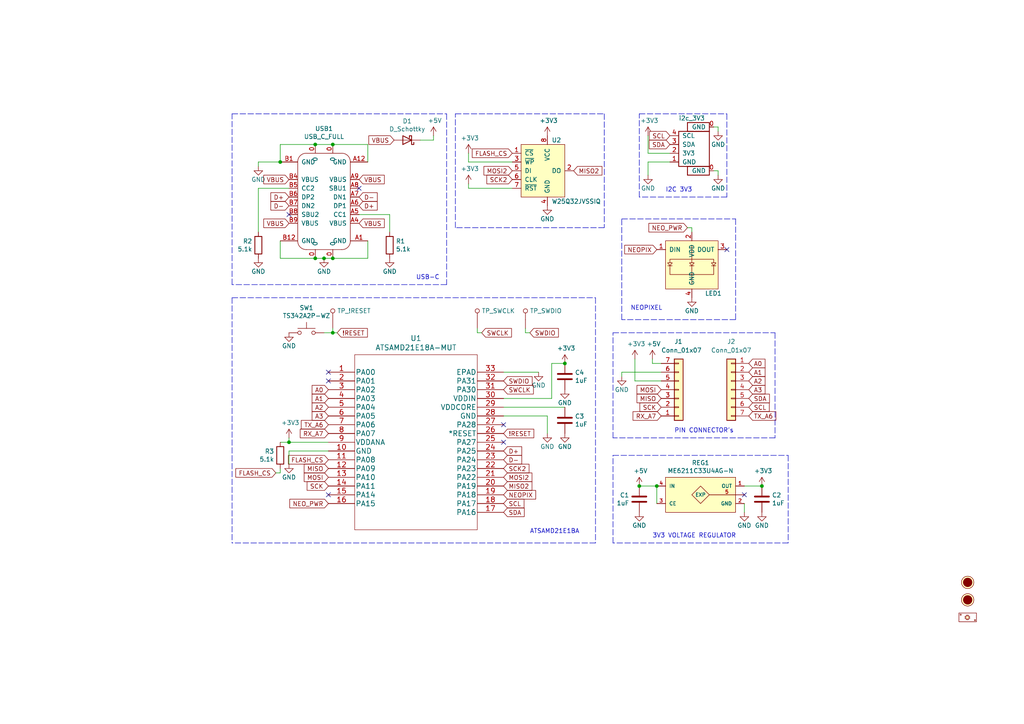
<source format=kicad_sch>
(kicad_sch (version 20211123) (generator eeschema)
  (paper "A4")
  (title_block (title "KASVHX_GS JADE SHARD") (date "2020-12-09") (rev "0.1") (company "GroundStudio.ro") (comment 1 "Schematic: Victor"))
  (lib_symbols
    (symbol "GS_Local:+3V3" (power) (pin_names (offset 0))
      (property "Value" "+3V3" (at 0 3.556 0))
      (symbol "+3V3_0_1"
        (polyline (pts (xy -0.762 1.27) (xy 0 2.54)))
        (polyline (pts (xy 0 0) (xy 0 2.54)))
        (polyline (pts (xy 0 2.54) (xy 0.762 1.27)))
      )
      (symbol "+3V3_1_1"
        (pin power_in line (at 0 0 90) (length 0) hide (name "+3V3") (number "1"))
      )
    )
    (symbol "GS_Local:+5V" (power) (pin_names (offset 0))
      (property "Value" "+5V" (at 0 3.556 0))
      (symbol "+5V_0_1"
        (polyline (pts (xy -0.762 1.27) (xy 0 2.54)))
        (polyline (pts (xy 0 0) (xy 0 2.54)))
        (polyline (pts (xy 0 2.54) (xy 0.762 1.27)))
      )
      (symbol "+5V_1_1"
        (pin power_in line (at 0 0 90) (length 0) hide (name "+5V") (number "1"))
      )
    )
    (symbol "GS_Local:ATSAMD21E18A-MUT" (pin_names (offset 0.254))
      (property "Reference" "U" (at 25.4 10.16 0))
      (property "Value" "ATSAMD21E18A-MUT" (at 25.4 7.62 0))
      (symbol "ATSAMD21E18A-MUT_1_1"
        (polyline (pts (xy 7.62 -45.72) (xy 43.18 -45.72)) (stroke (width 0.127)))
        (polyline (pts (xy 7.62 5.08) (xy 7.62 -45.72)) (stroke (width 0.127)))
        (polyline (pts (xy 43.18 -45.72) (xy 43.18 5.08)) (stroke (width 0.127)))
        (polyline (pts (xy 43.18 5.08) (xy 7.62 5.08)) (stroke (width 0.127)))
        (pin bidirectional line (at 0 0 0) (length 7.62) (name "PA00") (number "1"))
        (pin power_in line (at 0 -22.86 0) (length 7.62) (name "GND") (number "10"))
        (pin bidirectional line (at 0 -25.4 0) (length 7.62) (name "PA08") (number "11"))
        (pin bidirectional line (at 0 -27.94 0) (length 7.62) (name "PA09") (number "12"))
        (pin bidirectional line (at 0 -30.48 0) (length 7.62) (name "PA10") (number "13"))
        (pin bidirectional line (at 0 -33.02 0) (length 7.62) (name "PA11") (number "14"))
        (pin bidirectional line (at 0 -35.56 0) (length 7.62) (name "PA14") (number "15"))
        (pin bidirectional line (at 0 -38.1 0) (length 7.62) (name "PA15") (number "16"))
        (pin bidirectional line (at 50.8 -40.64 180) (length 7.62) (name "PA16") (number "17"))
        (pin bidirectional line (at 50.8 -38.1 180) (length 7.62) (name "PA17") (number "18"))
        (pin bidirectional line (at 50.8 -35.56 180) (length 7.62) (name "PA18") (number "19"))
        (pin bidirectional line (at 0 -2.54 0) (length 7.62) (name "PA01") (number "2"))
        (pin bidirectional line (at 50.8 -33.02 180) (length 7.62) (name "PA19") (number "20"))
        (pin bidirectional line (at 50.8 -30.48 180) (length 7.62) (name "PA22") (number "21"))
        (pin bidirectional line (at 50.8 -27.94 180) (length 7.62) (name "PA23") (number "22"))
        (pin bidirectional line (at 50.8 -25.4 180) (length 7.62) (name "PA24") (number "23"))
        (pin bidirectional line (at 50.8 -22.86 180) (length 7.62) (name "PA25") (number "24"))
        (pin bidirectional line (at 50.8 -20.32 180) (length 7.62) (name "PA27") (number "25"))
        (pin unspecified line (at 50.8 -17.78 180) (length 7.62) (name "*RESET") (number "26"))
        (pin bidirectional line (at 50.8 -15.24 180) (length 7.62) (name "PA28") (number "27"))
        (pin power_in line (at 50.8 -12.7 180) (length 7.62) (name "GND") (number "28"))
        (pin power_in line (at 50.8 -10.16 180) (length 7.62) (name "VDDCORE") (number "29"))
        (pin bidirectional line (at 0 -5.08 0) (length 7.62) (name "PA02") (number "3"))
        (pin power_in line (at 50.8 -7.62 180) (length 7.62) (name "VDDIN") (number "30"))
        (pin bidirectional line (at 50.8 -5.08 180) (length 7.62) (name "PA30") (number "31"))
        (pin bidirectional line (at 50.8 -2.54 180) (length 7.62) (name "PA31") (number "32"))
        (pin unspecified line (at 50.8 0 180) (length 7.62) (name "EPAD") (number "33"))
        (pin bidirectional line (at 0 -7.62 0) (length 7.62) (name "PA03") (number "4"))
        (pin bidirectional line (at 0 -10.16 0) (length 7.62) (name "PA04") (number "5"))
        (pin bidirectional line (at 0 -12.7 0) (length 7.62) (name "PA05") (number "6"))
        (pin bidirectional line (at 0 -15.24 0) (length 7.62) (name "PA06") (number "7"))
        (pin bidirectional line (at 0 -17.78 0) (length 7.62) (name "PA07") (number "8"))
        (pin power_in line (at 0 -20.32 0) (length 7.62) (name "VDDANA") (number "9"))
      )
    )
    (symbol "GS_Local:C" (pin_numbers hide) (pin_names (offset 0.254))
      (property "Reference" "C" (at 0.635 2.54 0))
      (property "Value" "C" (at 0.635 -2.54 0))
      (symbol "C_0_1"
        (polyline (pts (xy -2.032 -0.762) (xy 2.032 -0.762)) (stroke (width 0.508)))
        (polyline (pts (xy -2.032 0.762) (xy 2.032 0.762)) (stroke (width 0.508)))
      )
      (symbol "C_1_1"
        (pin passive line (at 0 3.81 270) (length 2.794) (name "~") (number "1"))
        (pin passive line (at 0 -3.81 90) (length 2.794) (name "~") (number "2"))
      )
    )
    (symbol "GS_Local:Conn_01x07" (pin_names (offset 1.016) hide)
      (property "Reference" "J" (at 0 10.16 0))
      (property "Value" "Conn_01x07" (at 0 -10.16 0))
      (symbol "Conn_01x07_1_1"
        (rectangle (start -1.27 -7.493) (end 0 -7.747) (stroke (width 0.1524)))
        (rectangle (start -1.27 -4.953) (end 0 -5.207) (stroke (width 0.1524)))
        (rectangle (start -1.27 -2.413) (end 0 -2.667) (stroke (width 0.1524)))
        (rectangle (start -1.27 0.127) (end 0 -0.127) (stroke (width 0.1524)))
        (rectangle (start -1.27 2.667) (end 0 2.413) (stroke (width 0.1524)))
        (rectangle (start -1.27 5.207) (end 0 4.953) (stroke (width 0.1524)))
        (rectangle (start -1.27 7.747) (end 0 7.493) (stroke (width 0.1524)))
        (rectangle (start -1.27 8.89) (end 1.27 -8.89) (stroke (width 0.254)) (fill (type background)))
        (pin passive line (at -5.08 7.62 0) (length 3.81) (name "Pin_1") (number "1"))
        (pin passive line (at -5.08 5.08 0) (length 3.81) (name "Pin_2") (number "2"))
        (pin passive line (at -5.08 2.54 0) (length 3.81) (name "Pin_3") (number "3"))
        (pin passive line (at -5.08 0 0) (length 3.81) (name "Pin_4") (number "4"))
        (pin passive line (at -5.08 -2.54 0) (length 3.81) (name "Pin_5") (number "5"))
        (pin passive line (at -5.08 -5.08 0) (length 3.81) (name "Pin_6") (number "6"))
        (pin passive line (at -5.08 -7.62 0) (length 3.81) (name "Pin_7") (number "7"))
      )
    )
    (symbol "GS_Local:D_Schottky" (pin_numbers hide) (pin_names (offset 1.016) hide)
      (property "Reference" "D" (at 0 2.54 0))
      (property "Value" "D_Schottky" (at 0 -2.54 0))
      (symbol "D_Schottky_0_1"
        (polyline (pts (xy 1.27 0) (xy -1.27 0)))
        (polyline (pts (xy 1.27 1.27) (xy 1.27 -1.27) (xy -1.27 0) (xy 1.27 1.27)) (stroke (width 0.254)))
        (polyline (pts (xy -1.905 0.635) (xy -1.905 1.27) (xy -1.27 1.27) (xy -1.27 -1.27) (xy -0.635 -1.27) (xy -0.635 -0.635)) (stroke (width 0.254)))
      )
      (symbol "D_Schottky_1_1"
        (pin passive line (at -3.81 0 0) (length 2.54) (name "K") (number "1"))
        (pin passive line (at 3.81 0 180) (length 2.54) (name "A") (number "2"))
      )
    )
    (symbol "GS_Local:Fiducial" (pin_numbers hide) (pin_names (offset 0) hide)
      (property "Value" "Fiducial" (at 0 2.54 0))
      (symbol "Fiducial_0_1"
        (circle (center 0 0) (radius 1.27) (fill (type outline)))
        (circle (center 0 0) (radius 1.8034) (fill (type background)))
      )
    )
    (symbol "GS_Local:GND" (power) (pin_names (offset 0))
      (property "Value" "GND" (at 0 -3.81 0))
      (symbol "GND_0_1"
        (polyline (pts (xy 0 0) (xy 0 -1.27) (xy 1.27 -1.27) (xy 0 -2.54) (xy -1.27 -1.27) (xy 0 -1.27)))
      )
      (symbol "GND_1_1"
        (pin power_in line (at 0 0 270) (length 0) hide (name "GND") (number "1"))
      )
    )
    (symbol "GS_Local:ME6211C33U4AG-N" (pin_names (offset 1.016))
      (property "Reference" "REG" (at -8.89 8.89 0))
      (property "Value" "ME6211C33U4AG-N" (at -8.89 -5.08 0))
      (symbol "ME6211C33U4AG-N_0_0"
        (pin power_out line (at 12.7 5.08 180) (length 2.54) (name "OUT") (number "1"))
        (pin power_in line (at 12.7 0 180) (length 2.54) (name "GND") (number "2"))
        (pin power_in line (at -12.7 0 0) (length 2.54) (name "CE") (number "3"))
        (pin power_in line (at -12.7 5.08 0) (length 2.54) (name "IN") (number "4"))
        (pin power_out line (at 12.7 2.54 180) (length 10.16) (name "EXP") (number "5"))
      )
      (symbol "ME6211C33U4AG-N_0_1"
        (rectangle (start -10.16 7.62) (end 10.16 -2.54) (fill (type background)))
        (polyline (pts (xy -2.54 2.54) (xy 0 5.08) (xy 2.54 2.54) (xy 0 0) (xy -2.54 2.54)))
      )
    )
    (symbol "GS_Local:PCB" (pin_names (offset 1.016))
      (symbol "PCB_0_1"
        (rectangle (start -2.54 1.27) (end 2.54 -1.27))
        (circle (center -2.032 0.7874) (radius 0.1778) (fill (type background)))
        (rectangle (start -0.5334 0.4318) (end 0.381 -0.4826) (fill (type background)))
        (polyline (pts (xy -0.254 -0.4826) (xy -0.254 -0.7874)))
        (polyline (pts (xy 0.1016 -0.5334) (xy 0.1016 -0.8128)))
        (polyline (pts (xy 0.381 0.1524) (xy 0.6604 0.1524)))
        (polyline (pts (xy 0.4064 -0.2032) (xy 0.6858 -0.2032)))
      )
      (symbol "PCB_1_1"
        (polyline (pts (xy -0.8636 -0.2032) (xy -0.5842 -0.2032)))
        (polyline (pts (xy -0.8636 0.2032) (xy -0.5842 0.2032)))
        (polyline (pts (xy -0.254 0.508) (xy -0.254 0.7874)))
        (polyline (pts (xy 0.1016 0.508) (xy 0.1016 0.7874)))
        (circle (center 2.1082 -0.8128) (radius 0.1778) (fill (type background)))
      )
    )
    (symbol "GS_Local:R" (pin_numbers hide) (pin_names (offset 0))
      (property "Reference" "R" (at 2.032 0 90))
      (property "Value" "R" (at 0 0 90))
      (symbol "R_0_1"
        (rectangle (start -1.016 -2.54) (end 1.016 2.54) (stroke (width 0.254)))
      )
      (symbol "R_1_1"
        (pin passive line (at 0 3.81 270) (length 1.27) (name "~") (number "1"))
        (pin passive line (at 0 -3.81 90) (length 1.27) (name "~") (number "2"))
      )
    )
    (symbol "GS_Local:SK6805-EC15" (pin_names (offset 1.016))
      (property "Reference" "LED" (at 4.953 -3.81 0))
      (property "Value" "SK6805-EC15" (at 8.255 12.7 0))
      (symbol "SK6805-EC15_0_1"
        (rectangle (start -7.62 11.43) (end 7.62 -2.54) (fill (type background)))
        (polyline (pts (xy -6.985 4.191) (xy -5.715 4.191)))
        (polyline (pts (xy -6.985 4.953) (xy -6.35 4.318)))
        (polyline (pts (xy -6.985 5.08) (xy -5.715 5.08)))
        (polyline (pts (xy -6.35 4.064) (xy -6.35 3.302)))
        (polyline (pts (xy -5.715 4.953) (xy -6.35 4.318)))
        (polyline (pts (xy 0 1.651) (xy 0 -1.27)))
        (polyline (pts (xy 0 3.302) (xy 0 1.651)))
        (polyline (pts (xy 0 6.096) (xy 0 5.207)))
        (polyline (pts (xy 0 6.096) (xy 6.35 6.096) (xy 6.35 5.207)))
        (polyline (pts (xy -6.35 3.302) (xy -6.35 1.651) (xy 6.35 1.651) (xy 6.35 3.302)))
        (polyline (pts (xy 0 10.16) (xy 0 6.096) (xy -6.35 6.096) (xy -6.35 5.207)))
      )
      (symbol "SK6805-EC15_1_1"
        (polyline (pts (xy -0.635 4.191) (xy 0.635 4.191)))
        (polyline (pts (xy -0.635 4.953) (xy 0 4.318)))
        (polyline (pts (xy -0.635 5.08) (xy 0.635 5.08)))
        (polyline (pts (xy 0 4.064) (xy 0 3.302)))
        (polyline (pts (xy 0.635 4.953) (xy 0 4.318)))
        (polyline (pts (xy 5.715 4.191) (xy 6.985 4.191)))
        (polyline (pts (xy 5.715 4.953) (xy 6.35 4.318)))
        (polyline (pts (xy 5.715 5.08) (xy 6.985 5.08)))
        (polyline (pts (xy 6.35 4.064) (xy 6.35 3.302)))
        (polyline (pts (xy 6.985 4.953) (xy 6.35 4.318)))
        (pin input line (at -10.16 8.89 0) (length 2.54) (name "DIN") (number "1"))
        (pin power_in line (at 0 13.97 270) (length 2.54) (name "VDD") (number "2"))
        (pin output line (at 10.16 8.89 180) (length 2.54) (name "DOUT") (number "3"))
        (pin power_out line (at 0 -5.08 90) (length 2.54) (name "GND") (number "4"))
      )
    )
    (symbol "GS_Local:TS342A2P-WZ" (pin_numbers hide) (pin_names (offset 1.016) hide)
      (property "Reference" "SW" (at 1.27 2.54 0))
      (property "Value" "TS342A2P-WZ" (at 0 -1.524 0))
      (symbol "TS342A2P-WZ_0_1"
        (circle (center -2.032 0) (radius 0.508))
        (polyline (pts (xy 0 1.27) (xy 0 3.048)))
        (polyline (pts (xy 2.54 1.27) (xy -2.54 1.27)))
        (circle (center 2.032 0) (radius 0.508))
        (pin passive line (at -5.08 0 0) (length 2.54) (name "1") (number "1"))
        (pin passive line (at 5.08 0 180) (length 2.54) (name "2") (number "2"))
      )
    )
    (symbol "GS_Local:TestPoint" (pin_names (offset 1.016))
      (property "Value" "TestPoint" (at 0 2.54 0))
      (symbol "TestPoint_0_1"
        (polyline (pts (xy 0 -2.54) (xy 0 -0.635)))
        (circle (center 0 0) (radius 0.6096))
      )
      (symbol "TestPoint_1_1"
        (pin passive line (at 0 -5.08 90) (length 2.54) (name "~") (number "~"))
      )
    )
    (symbol "GS_Local:USB_C_FULL" (pin_names (offset 1.016))
      (property "Reference" "USB" (at 5.5118 -16.7386 0))
      (property "Value" "USB_C_FULL" (at -9.6266 13.9446 0))
      (symbol "USB_C_FULL_0_1"
        (arc (start -7.62 -12.7) (mid -6.9073 -14.5273) (end -5.08 -15.24))
        (arc (start -5.08 12.7) (mid -6.9073 11.9873) (end -7.62 10.16))
        (polyline (pts (xy -7.62 10.16) (xy -7.62 -12.7)))
        (polyline (pts (xy -5.08 -15.24) (xy 5.08 -15.24)))
        (polyline (pts (xy 5.08 12.7) (xy -5.08 12.7)))
        (polyline (pts (xy 7.62 -12.7) (xy 7.62 10.16)))
        (arc (start 5.08 -15.24) (mid 6.9331 -14.5351) (end 7.62 -12.6746))
        (arc (start 7.62 10.16) (mid 6.9073 11.9873) (end 5.08 12.7))
      )
      (symbol "USB_C_FULL_1_1"
        (pin passive line (at -2.54 -17.78 90) (length 2.54) (name "0") (number "0"))
        (pin passive line (at -2.54 15.24 270) (length 2.54) (name "0") (number "0"))
        (pin passive line (at 2.54 -17.78 90) (length 2.54) (name "0") (number "0"))
        (pin passive line (at 2.54 15.24 270) (length 2.54) (name "0") (number "0"))
        (pin power_in line (at 12.7 -12.7 180) (length 5.08) (name "GND") (number "A1"))
        (pin power_in line (at 12.7 10.16 180) (length 5.08) (name "GND") (number "A12"))
        (pin power_in line (at 10.16 -7.62 180) (length 2.54) (name "VBUS") (number "A4"))
        (pin bidirectional line (at 10.16 -5.08 180) (length 2.54) (name "CC1") (number "A5"))
        (pin bidirectional line (at 10.16 -2.54 180) (length 2.54) (name "DP1") (number "A6"))
        (pin bidirectional line (at 10.16 0 180) (length 2.54) (name "DN1") (number "A7"))
        (pin bidirectional line (at 10.16 2.54 180) (length 2.54) (name "SBU1") (number "A8"))
        (pin power_in line (at 10.16 5.08 180) (length 2.54) (name "VBUS") (number "A9"))
        (pin power_in line (at -12.7 10.16 0) (length 5.08) (name "GND") (number "B1"))
        (pin power_in line (at -12.7 -12.7 0) (length 5.08) (name "GND") (number "B12"))
        (pin power_in line (at -10.16 5.08 0) (length 2.54) (name "VBUS") (number "B4"))
        (pin bidirectional line (at -10.16 2.54 0) (length 2.54) (name "CC2") (number "B5"))
        (pin bidirectional line (at -10.16 0 0) (length 2.54) (name "DP2") (number "B6"))
        (pin bidirectional line (at -10.16 -2.54 0) (length 2.54) (name "DN2") (number "B7"))
        (pin bidirectional line (at -10.16 -5.08 0) (length 2.54) (name "SBU2") (number "B8"))
        (pin power_in line (at -10.16 -7.62 0) (length 2.54) (name "VBUS") (number "B9"))
      )
    )
    (symbol "GS_Local:W25Q32JVSSIQ" (pin_names (offset 1.016))
      (property "Reference" "U" (at -7.62 8.89 0))
      (property "Value" "W25Q32JVSSIQ" (at 1.27 -8.89 0))
      (property "Footprint" "GS_Global:SOIC-8_5.275x5.275mm_P1.27mm" (at 5.08 5.08 0))
      (symbol "W25Q32JVSSIQ_0_1"
        (rectangle (start -7.62 7.62) (end 5.08 -7.62) (fill (type background)))
      )
      (symbol "W25Q32JVSSIQ_1_1"
        (pin input line (at -10.16 5.08 0) (length 2.54) (name "~{CS}") (number "1"))
        (pin output line (at 7.62 0 180) (length 2.54) (name "DO") (number "2"))
        (pin input line (at -10.16 2.54 0) (length 2.54) (name "~{WP}") (number "3"))
        (pin power_in line (at 0 -10.16 90) (length 2.54) (name "GND") (number "4"))
        (pin input line (at -10.16 0 0) (length 2.54) (name "DI") (number "5"))
        (pin input line (at -10.16 -2.54 0) (length 2.54) (name "CLK") (number "6"))
        (pin input line (at -10.16 -5.08 0) (length 2.54) (name "~{RST}") (number "7"))
        (pin power_in line (at 0 10.16 270) (length 2.54) (name "VCC") (number "8"))
      )
    )
    (symbol "GS_Local:i2c_3V3" (pin_names (offset 1.016))
      (property "Value" "i2c_3V3" (at -6.35 7.62 0))
      (symbol "i2c_3V3_0_1"
        (rectangle (start -3.81 5.08) (end 5.08 -5.08) (stroke (width 0.254)))
        (rectangle (start 5.08 -5.08) (end -1.27 -7.62) (stroke (width 0.254)))
        (rectangle (start 5.08 5.08) (end -1.27 7.62) (stroke (width 0.254)))
      )
      (symbol "i2c_3V3_1_1"
        (pin input line (at 6.35 -6.35 180) (length 1.27) (name "GND") (number "0"))
        (pin input line (at 6.35 6.35 180) (length 1.27) (name "GND") (number "0"))
        (pin power_in line (at -6.35 -3.81 0) (length 2.54) (name "GND") (number "1"))
        (pin power_in line (at -6.35 -1.27 0) (length 2.54) (name "3V3") (number "2"))
        (pin bidirectional line (at -6.35 1.27 0) (length 2.54) (name "SDA") (number "3"))
        (pin bidirectional line (at -6.35 3.81 0) (length 2.54) (name "SCL") (number "4"))
      )
    )
    (symbol "W25Q32JVSSIQ_1" (pin_names (offset 1.016))
      (property "Reference" "U" (at -7.62 8.89 0))
      (property "Value" "W25Q32JVSSIQ_1" (at 1.27 -8.89 0))
      (property "Footprint" "GS_Global:SOIC-8_5.275x5.275mm_P1.27mm" (at 5.08 5.08 0))
      (symbol "W25Q32JVSSIQ_1_0_1"
        (rectangle (start -7.62 7.62) (end 5.08 -7.62) (fill (type background)))
      )
      (symbol "W25Q32JVSSIQ_1_1_1"
        (pin input line (at -10.16 5.08 0) (length 2.54) (name "~{CS}") (number "1"))
        (pin output line (at 7.62 0 180) (length 2.54) (name "DO") (number "2"))
        (pin input line (at -10.16 2.54 0) (length 2.54) (name "~{WP}") (number "3"))
        (pin power_in line (at 0 -10.16 90) (length 2.54) (name "GND") (number "4"))
        (pin input line (at -10.16 0 0) (length 2.54) (name "DI") (number "5"))
        (pin input line (at -10.16 -2.54 0) (length 2.54) (name "CLK") (number "6"))
        (pin input line (at -10.16 -5.08 0) (length 2.54) (name "~{RST}") (number "7"))
        (pin power_in line (at 0 10.16 270) (length 2.54) (name "VCC") (number "8"))
      )
    )
  )
  (junction (at 93.98 74.93))
  (junction (at 91.44 41.91))
  (junction (at 185.42 140.97))
  (junction (at 190.5 140.97))
  (junction (at 81.28 46.99))
  (junction (at 96.52 96.52))
  (junction (at 83.82 128.27))
  (junction (at 96.52 74.93))
  (junction (at 163.83 105.41))
  (junction (at 220.98 140.97))
  (junction (at 96.52 41.91))
  (junction (at 91.44 74.93))
  (no_connect (at 95.25 107.95))
  (no_connect (at 95.25 110.49))
  (no_connect (at 146.05 123.19))
  (no_connect (at 215.9 143.51))
  (no_connect (at 95.25 143.51))
  (no_connect (at 83.82 62.23))
  (no_connect (at 146.05 128.27))
  (no_connect (at 210.82 72.39))
  (no_connect (at 104.14 54.61))
  (wire (pts (xy 187.96 46.99) (xy 194.31 46.99)))
  (wire (pts (xy 121.92 40.64) (xy 125.73 40.64)))
  (wire (pts (xy 199.39 66.04) (xy 200.66 66.04)))
  (wire (pts (xy 83.82 134.62) (xy 83.82 130.81)))
  (wire (pts (xy 80.01 137.16) (xy 81.28 137.16)))
  (polyline (pts (xy 175.26 66.04) (xy 132.08 66.04)))
  (wire (pts (xy 96.52 96.52) (xy 97.79 96.52)))
  (wire (pts (xy 184.15 110.49) (xy 191.77 110.49)))
  (wire (pts (xy 200.66 66.04) (xy 200.66 67.31)))
  (wire (pts (xy 135.89 54.61) (xy 148.59 54.61)))
  (wire (pts (xy 187.96 44.45) (xy 187.96 39.37)))
  (polyline (pts (xy 177.8 157.48) (xy 177.8 132.08)))
  (wire (pts (xy 189.23 104.14) (xy 189.23 105.41)))
  (wire (pts (xy 160.02 105.41) (xy 163.83 105.41)))
  (polyline (pts (xy 67.31 33.02) (xy 129.54 33.02)))
  (wire (pts (xy 83.82 128.27) (xy 95.25 128.27)))
  (polyline (pts (xy 67.31 82.55) (xy 67.31 33.02)))
  (polyline (pts (xy 172.72 157.48) (xy 67.31 157.48)))
  (wire (pts (xy 74.93 48.26) (xy 74.93 46.99)))
  (wire (pts (xy 207.01 49.53) (xy 208.28 49.53)))
  (wire (pts (xy 184.15 104.14) (xy 184.15 110.49)))
  (wire (pts (xy 81.28 46.99) (xy 81.28 41.91)))
  (polyline (pts (xy 213.36 63.5) (xy 213.36 92.71)))
  (polyline (pts (xy 132.08 66.04) (xy 132.08 33.02)))
  (polyline (pts (xy 213.36 92.71) (xy 180.34 92.71)))
  (wire (pts (xy 146.05 115.57) (xy 160.02 115.57)))
  (polyline (pts (xy 177.8 96.52) (xy 224.79 96.52)))
  (wire (pts (xy 125.73 40.64) (xy 125.73 39.37)))
  (wire (pts (xy 185.42 140.97) (xy 190.5 140.97)))
  (polyline (pts (xy 228.6 132.08) (xy 228.6 157.48)))
  (wire (pts (xy 106.68 41.91) (xy 106.68 46.99)))
  (wire (pts (xy 96.52 95.25) (xy 96.52 96.52)))
  (polyline (pts (xy 185.42 57.15) (xy 185.42 33.02)))
  (wire (pts (xy 135.89 44.45) (xy 135.89 46.99)))
  (polyline (pts (xy 228.6 157.48) (xy 177.8 157.48)))
  (wire (pts (xy 81.28 69.85) (xy 81.28 74.93)))
  (polyline (pts (xy 67.31 86.36) (xy 172.72 86.36)))
  (wire (pts (xy 138.43 96.52) (xy 139.7 96.52)))
  (wire (pts (xy 81.28 41.91) (xy 91.44 41.91)))
  (polyline (pts (xy 177.8 127) (xy 177.8 96.52)))
  (wire (pts (xy 81.28 74.93) (xy 91.44 74.93)))
  (wire (pts (xy 138.43 95.25) (xy 138.43 96.52)))
  (polyline (pts (xy 185.42 33.02) (xy 210.82 33.02)))
  (wire (pts (xy 208.28 49.53) (xy 208.28 50.8)))
  (wire (pts (xy 152.4 96.52) (xy 153.67 96.52)))
  (wire (pts (xy 158.75 120.65) (xy 158.75 125.73)))
  (wire (pts (xy 83.82 54.61) (xy 74.93 54.61)))
  (polyline (pts (xy 175.26 33.02) (xy 175.26 66.04)))
  (polyline (pts (xy 67.31 86.36) (xy 67.31 157.48)))
  (wire (pts (xy 74.93 46.99) (xy 81.28 46.99)))
  (polyline (pts (xy 224.79 127) (xy 177.8 127)))
  (wire (pts (xy 146.05 107.95) (xy 156.21 107.95)))
  (wire (pts (xy 215.9 146.05) (xy 215.9 148.59)))
  (wire (pts (xy 208.28 36.83) (xy 208.28 38.1)))
  (wire (pts (xy 81.28 128.27) (xy 83.82 128.27)))
  (wire (pts (xy 93.98 74.93) (xy 96.52 74.93)))
  (wire (pts (xy 146.05 118.11) (xy 163.83 118.11)))
  (wire (pts (xy 81.28 137.16) (xy 81.28 135.89)))
  (wire (pts (xy 91.44 41.91) (xy 96.52 41.91)))
  (wire (pts (xy 187.96 50.8) (xy 187.96 46.99)))
  (wire (pts (xy 83.82 127) (xy 83.82 128.27)))
  (wire (pts (xy 96.52 74.93) (xy 106.68 74.93)))
  (wire (pts (xy 113.03 62.23) (xy 113.03 67.31)))
  (wire (pts (xy 135.89 53.34) (xy 135.89 54.61)))
  (polyline (pts (xy 129.54 33.02) (xy 129.54 82.55)))
  (wire (pts (xy 91.44 74.93) (xy 93.98 74.93)))
  (polyline (pts (xy 224.79 96.52) (xy 224.79 127)))
  (wire (pts (xy 215.9 140.97) (xy 220.98 140.97)))
  (wire (pts (xy 160.02 115.57) (xy 160.02 105.41)))
  (wire (pts (xy 93.98 96.52) (xy 96.52 96.52)))
  (wire (pts (xy 106.68 74.93) (xy 106.68 69.85)))
  (polyline (pts (xy 210.82 33.02) (xy 210.82 57.15)))
  (polyline (pts (xy 210.82 57.15) (xy 185.42 57.15)))
  (polyline (pts (xy 172.72 86.36) (xy 172.72 157.48)))
  (polyline (pts (xy 180.34 92.71) (xy 180.34 63.5)))
  (wire (pts (xy 74.93 54.61) (xy 74.93 67.31)))
  (wire (pts (xy 83.82 130.81) (xy 95.25 130.81)))
  (wire (pts (xy 152.4 95.25) (xy 152.4 96.52)))
  (wire (pts (xy 96.52 41.91) (xy 106.68 41.91)))
  (polyline (pts (xy 177.8 132.08) (xy 228.6 132.08)))
  (polyline (pts (xy 132.08 33.02) (xy 175.26 33.02)))
  (wire (pts (xy 146.05 120.65) (xy 158.75 120.65)))
  (wire (pts (xy 189.23 105.41) (xy 191.77 105.41)))
  (wire (pts (xy 180.34 109.22) (xy 180.34 107.95)))
  (wire (pts (xy 207.01 36.83) (xy 208.28 36.83)))
  (polyline (pts (xy 180.34 63.5) (xy 213.36 63.5)))
  (polyline (pts (xy 129.54 82.55) (xy 67.31 82.55)))
  (wire (pts (xy 135.89 46.99) (xy 148.59 46.99)))
  (wire (pts (xy 104.14 62.23) (xy 113.03 62.23)))
  (wire (pts (xy 180.34 107.95) (xy 191.77 107.95)))
  (wire (pts (xy 190.5 146.05) (xy 190.5 140.97)))
  (wire (pts (xy 194.31 44.45) (xy 187.96 44.45)))
  (text "ATSAMD21E1BA" (at 153.67 154.94 0) (effects (font (size 1.27 1.27)) (justify left bottom)))
  (text "NEOPIXEL" (at 182.88 90.17 0) (effects (font (size 1.27 1.27)) (justify left bottom)))
  (text "I2C 3V3" (at 193.04 55.88 0) (effects (font (size 1.27 1.27)) (justify left bottom)))
  (text "3V3 VOLTAGE REGULATOR" (at 189.23 156.21 0) (effects (font (size 1.27 1.27)) (justify left bottom)))
  (text "PIN CONNECTOR's" (at 195.58 125.73 0) (effects (font (size 1.27 1.27)) (justify left bottom)))
  (text "USB-C" (at 120.65 81.28 0) (effects (font (size 1.27 1.27)) (justify left bottom)))
  (global_label "SDA" (shape input) (at 217.17 115.57 0) (property "Intersheet References" "${INTERSHEET_REFS}" (effects hide)))
  (global_label "NEOPIX" (shape input) (at 146.05 143.51 0) (property "Intersheet References" "${INTERSHEET_REFS}" (effects hide)))
  (global_label "MISO" (shape input) (at 95.25 135.89 180) (property "Intersheet References" "${INTERSHEET_REFS}" (effects hide)))
  (global_label "SDA" (shape input) (at 194.31 41.91 180) (property "Intersheet References" "${INTERSHEET_REFS}" (effects hide)))
  (global_label "FLASH_CS" (shape input) (at 80.01 137.16 180) (property "Intersheet References" "${INTERSHEET_REFS}" (effects hide)))
  (global_label "VBUS" (shape input) (at 83.82 52.07 180) (property "Intersheet References" "${INTERSHEET_REFS}" (effects hide)))
  (global_label "D-" (shape input) (at 104.14 57.15 0) (property "Intersheet References" "${INTERSHEET_REFS}" (effects hide)))
  (global_label "A0" (shape input) (at 217.17 105.41 0) (property "Intersheet References" "${INTERSHEET_REFS}" (effects hide)))
  (global_label "A0" (shape input) (at 95.25 113.03 180) (property "Intersheet References" "${INTERSHEET_REFS}" (effects hide)))
  (global_label "A1" (shape input) (at 95.25 115.57 180) (property "Intersheet References" "${INTERSHEET_REFS}" (effects hide)))
  (global_label "RX_A7" (shape input) (at 191.77 120.65 180) (property "Intersheet References" "${INTERSHEET_REFS}" (effects hide)))
  (global_label "SCK" (shape input) (at 95.25 140.97 180) (property "Intersheet References" "${INTERSHEET_REFS}" (effects hide)))
  (global_label "MOSI2" (shape input) (at 148.59 49.53 180) (property "Intersheet References" "${INTERSHEET_REFS}" (effects hide)))
  (global_label "MISO2" (shape input) (at 146.05 140.97 0) (property "Intersheet References" "${INTERSHEET_REFS}" (effects hide)))
  (global_label "VBUS" (shape input) (at 104.14 64.77 0) (property "Intersheet References" "${INTERSHEET_REFS}" (effects hide)))
  (global_label "MISO2" (shape input) (at 166.37 49.53 0) (property "Intersheet References" "${INTERSHEET_REFS}" (effects hide)))
  (global_label "MOSI" (shape input) (at 95.25 138.43 180) (property "Intersheet References" "${INTERSHEET_REFS}" (effects hide)))
  (global_label "D+" (shape input) (at 83.82 57.15 180) (property "Intersheet References" "${INTERSHEET_REFS}" (effects hide)))
  (global_label "D-" (shape input) (at 146.05 133.35 0) (property "Intersheet References" "${INTERSHEET_REFS}" (effects hide)))
  (global_label "FLASH_CS" (shape input) (at 148.59 44.45 180) (property "Intersheet References" "${INTERSHEET_REFS}" (effects hide)))
  (global_label "NEO_PWR" (shape input) (at 95.25 146.05 180) (property "Intersheet References" "${INTERSHEET_REFS}" (effects hide)))
  (global_label "MOSI" (shape input) (at 191.77 113.03 180) (property "Intersheet References" "${INTERSHEET_REFS}" (effects hide)))
  (global_label "MOSI2" (shape input) (at 146.05 138.43 0) (property "Intersheet References" "${INTERSHEET_REFS}" (effects hide)))
  (global_label "SCK2" (shape input) (at 148.59 52.07 180) (property "Intersheet References" "${INTERSHEET_REFS}" (effects hide)))
  (global_label "TX_A6" (shape input) (at 217.17 120.65 0) (property "Intersheet References" "${INTERSHEET_REFS}" (effects hide)))
  (global_label "D-" (shape input) (at 83.82 59.69 180) (property "Intersheet References" "${INTERSHEET_REFS}" (effects hide)))
  (global_label "TX_A6" (shape input) (at 95.25 123.19 180) (property "Intersheet References" "${INTERSHEET_REFS}" (effects hide)))
  (global_label "SCL" (shape input) (at 194.31 39.37 180) (property "Intersheet References" "${INTERSHEET_REFS}" (effects hide)))
  (global_label "A1" (shape input) (at 217.17 107.95 0) (property "Intersheet References" "${INTERSHEET_REFS}" (effects hide)))
  (global_label "NEOPIX" (shape input) (at 190.5 72.39 180) (property "Intersheet References" "${INTERSHEET_REFS}" (effects hide)))
  (global_label "RX_A7" (shape input) (at 95.25 125.73 180) (property "Intersheet References" "${INTERSHEET_REFS}" (effects hide)))
  (global_label "SCL" (shape input) (at 146.05 146.05 0) (property "Intersheet References" "${INTERSHEET_REFS}" (effects hide)))
  (global_label "VBUS" (shape input) (at 104.14 52.07 0) (property "Intersheet References" "${INTERSHEET_REFS}" (effects hide)))
  (global_label "SCL" (shape input) (at 217.17 118.11 0) (property "Intersheet References" "${INTERSHEET_REFS}" (effects hide)))
  (global_label "D+" (shape input) (at 104.14 59.69 0) (property "Intersheet References" "${INTERSHEET_REFS}" (effects hide)))
  (global_label "FLASH_CS" (shape input) (at 95.25 133.35 180) (property "Intersheet References" "${INTERSHEET_REFS}" (effects hide)))
  (global_label "SCK2" (shape input) (at 146.05 135.89 0) (property "Intersheet References" "${INTERSHEET_REFS}" (effects hide)))
  (global_label "SWDIO" (shape input) (at 146.05 110.49 0) (property "Intersheet References" "${INTERSHEET_REFS}" (effects hide)))
  (global_label "A2" (shape input) (at 95.25 118.11 180) (property "Intersheet References" "${INTERSHEET_REFS}" (effects hide)))
  (global_label "MISO" (shape input) (at 191.77 115.57 180) (property "Intersheet References" "${INTERSHEET_REFS}" (effects hide)))
  (global_label "VBUS" (shape input) (at 114.3 40.64 180) (property "Intersheet References" "${INTERSHEET_REFS}" (effects hide)))
  (global_label "SCK" (shape input) (at 191.77 118.11 180) (property "Intersheet References" "${INTERSHEET_REFS}" (effects hide)))
  (global_label "D+" (shape input) (at 146.05 130.81 0) (property "Intersheet References" "${INTERSHEET_REFS}" (effects hide)))
  (global_label "SWCLK" (shape input) (at 139.7 96.52 0) (property "Intersheet References" "${INTERSHEET_REFS}" (effects hide)))
  (global_label "VBUS" (shape input) (at 83.82 64.77 180) (property "Intersheet References" "${INTERSHEET_REFS}" (effects hide)))
  (global_label "A3" (shape input) (at 217.17 113.03 0) (property "Intersheet References" "${INTERSHEET_REFS}" (effects hide)))
  (global_label "A2" (shape input) (at 217.17 110.49 0) (property "Intersheet References" "${INTERSHEET_REFS}" (effects hide)))
  (global_label "SDA" (shape input) (at 146.05 148.59 0) (property "Intersheet References" "${INTERSHEET_REFS}" (effects hide)))
  (global_label "!RESET" (shape input) (at 97.79 96.52 0) (property "Intersheet References" "${INTERSHEET_REFS}" (effects hide)))
  (global_label "!RESET" (shape input) (at 146.05 125.73 0) (property "Intersheet References" "${INTERSHEET_REFS}" (effects hide)))
  (global_label "SWDIO" (shape input) (at 153.67 96.52 0) (property "Intersheet References" "${INTERSHEET_REFS}" (effects hide)))
  (global_label "A3" (shape input) (at 95.25 120.65 180) (property "Intersheet References" "${INTERSHEET_REFS}" (effects hide)))
  (global_label "SWCLK" (shape input) (at 146.05 113.03 0) (property "Intersheet References" "${INTERSHEET_REFS}" (effects hide)))
  (global_label "NEO_PWR" (shape input) (at 199.39 66.04 180) (property "Intersheet References" "${INTERSHEET_REFS}" (effects hide)))
  (symbol (lib_id "GS_Local:TS342A2P-WZ") (at 88.9 96.52 0) (unit 1)
    (property "Reference" "SW1" (at 88.9 89.281 0))
    (property "Value" "TS342A2P-WZ" (at 88.9 91.5924 0))
    (property "Footprint" "GS_Local:TS342A2P-WZ" (effects hide))
    (property "Datasheet" "https://datasheet.lcsc.com/szlcsc/2005221232_SHOU-HAN-TS342A2P-WZ_C557591.pdf" (effects hide))
    (property "MPN" "TS342A2P-WZ" (effects hide))
    (property "LCSC" "C557591" (effects hide))
  )
  (symbol (lib_id "GS_Local:Conn_01x07") (at 212.09 113.03 0) (mirror y) (unit 1)
    (property "Reference" "J2" (at 212.09 99.06 0))
    (property "Value" "Conn_01x07" (at 212.09 101.6 0))
    (property "Footprint" "GS_Local:PinHeader_1x07_P2.54mm_Slim_Vertical_Male" (effects hide))
    (property "Datasheet" "https://datasheet.lcsc.com/szlcsc/2010160505_CJT-Changjiang-Connectors-A2541WV-7P_C225482.pdf" (effects hide))
    (property "MPN" "A2541WV-7P" (effects hide))
    (property "LCSC" "C225482" (effects hide))
  )
  (symbol (lib_id "GS_Local:D_Schottky") (at 118.11 40.64 180) (unit 1)
    (property "Reference" "D1" (at 118.11 35.1282 0))
    (property "Value" "D_Schottky" (at 118.11 37.4396 0))
    (property "Footprint" "GS_Local:SOD-123" (effects hide))
    (property "Datasheet" "https://datasheet.lcsc.com/szlcsc/1811021622_Changzhou-Starsea-Elec-B0520LW_C89640.pdf" (effects hide))
    (property "MPN" "B0520LW" (effects hide))
    (property "LCSC" "C89640" (effects hide))
  )
  (symbol (lib_id "GS_Local:Conn_01x07") (at 196.85 113.03 0) (mirror x) (unit 1)
    (property "Reference" "J1" (at 195.58 99.06 0) (effects (justify left)))
    (property "Value" "Conn_01x07" (at 191.77 101.6 0) (effects (justify left)))
    (property "Footprint" "GS_Local:PinHeader_1x07_P2.54mm_Slim_Vertical_Male" (effects hide))
    (property "Datasheet" "https://datasheet.lcsc.com/szlcsc/2010160505_CJT-Changjiang-Connectors-A2541WV-7P_C225482.pdf" (effects hide))
    (property "MPN" "A2541WV-7P" (effects hide))
    (property "LCSC" "C225482" (effects hide))
  )
  (symbol (lib_id "GS_Local:USB_C_FULL") (at 93.98 57.15 0) (unit 1)
    (property "Reference" "USB1" (at 93.98 37.3126 0))
    (property "Value" "USB_C_FULL" (at 93.98 39.624 0))
    (property "Footprint" "GS_Local:USB_C_C167321" (effects hide))
    (property "Datasheet" "https://datasheet.lcsc.com/szlcsc/1811101520_Jing-Extension-of-the-Electronic-Co-C167321_C167321.pdf" (effects hide))
    (property "MPN" "918-418K2023S40001" (effects hide))
    (property "LCSC" "C167321" (effects hide))
  )
  (symbol (lib_id "GS_Local:+5V") (at 125.73 39.37 0) (unit 1)
    (property "Reference" "#PWR03" (effects hide))
    (property "Value" "+5V" (at 126.111 34.9758 0))
  )
  (symbol (lib_id "GS_Local:C") (at 185.42 144.78 0) (mirror y) (unit 1)
    (property "Reference" "C1" (at 182.499 143.6116 0) (effects (justify left)))
    (property "Value" "1uF" (at 182.499 145.923 0) (effects (justify left)))
    (property "Footprint" "GS_Local:C_0402_1005Metric" (effects hide))
    (property "Datasheet" "https://datasheet.lcsc.com/szlcsc/2005061106_PSA-Prosperity-Dielectrics-FS15B105K100PKG_C525324.pdf" (effects hide))
    (property "MPN" "FS15B105K100PKG" (effects hide))
    (property "LCSC" "C525324" (effects hide))
  )
  (symbol (lib_id "GS_Local:C") (at 220.98 144.78 0) (unit 1)
    (property "Reference" "C2" (at 223.901 143.6116 0) (effects (justify left)))
    (property "Value" "1uF" (at 223.901 145.923 0) (effects (justify left)))
    (property "Footprint" "GS_Local:C_0402_1005Metric" (effects hide))
    (property "Datasheet" "https://datasheet.lcsc.com/szlcsc/2005061106_PSA-Prosperity-Dielectrics-FS15B105K100PKG_C525324.pdf" (effects hide))
    (property "MPN" "FS15B105K100PKG" (effects hide))
    (property "LCSC" "C525324" (effects hide))
  )
  (symbol (lib_id "GS_Local:R") (at 81.28 132.08 0) (mirror y) (unit 1)
    (property "Reference" "R3" (at 79.502 130.9116 0) (effects (justify left)))
    (property "Value" "5.1k" (at 79.502 133.223 0) (effects (justify left)))
    (property "Footprint" "GS_Local:R_0402_1005Metric" (effects hide))
    (property "Datasheet" "https://datasheet.lcsc.com/szlcsc/1811141743_FH-Guangdong-Fenghua-Advanced-Tech-RC-02W5101FT_C294638.pdf" (effects hide))
    (property "MPN" "RC-02W5101FT" (effects hide))
    (property "LCSC" "C294638" (effects hide))
  )
  (symbol (lib_id "GS_Local:C") (at 163.83 121.92 0) (unit 1)
    (property "Reference" "C3" (at 166.751 120.7516 0) (effects (justify left)))
    (property "Value" "1uF" (at 166.751 123.063 0) (effects (justify left)))
    (property "Footprint" "GS_Local:C_0402_1005Metric" (effects hide))
    (property "Datasheet" "https://datasheet.lcsc.com/szlcsc/2005061106_PSA-Prosperity-Dielectrics-FS15B105K100PKG_C525324.pdf" (effects hide))
    (property "MPN" "FS15B105K100PKG" (effects hide))
    (property "LCSC" "C525324" (effects hide))
  )
  (symbol (lib_id "GS_Local:GND") (at 163.83 125.73 0) (unit 1)
    (property "Reference" "#PWR0101" (effects hide))
    (property "Value" "GND" (at 163.83 129.54 0))
  )
  (symbol (lib_id "GS_Local:ATSAMD21E18A-MUT") (at 95.25 107.95 0) (unit 1)
    (property "Reference" "U1" (at 120.65 98.1202 0) (effects (font (size 1.524 1.524))))
    (property "Value" "ATSAMD21E18A-MUT" (at 120.65 100.8126 0) (effects (font (size 1.524 1.524))))
    (property "Footprint" "GS_Local:QFN-32-1EP_5x5mm_P0.5mm_EP3.1x3.1mm" (effects hide))
    (property "Datasheet" "https://ww1.microchip.com/downloads/en/DeviceDoc/SAM_D21_DA1_Family_DataSheet_DS40001882F.pdf" (effects hide))
    (property "MPN" "ATSAMD21E18A-MUT" (effects hide))
    (property "LCSC" "C614311" (effects hide))
    (property "DigiKey" "ATSAMD21E18A-MUTDKR-ND" (effects hide))
  )
  (symbol (lib_id "GS_Local:+3V3") (at 83.82 127 0) (unit 1)
    (property "Reference" "#PWR01" (effects hide))
    (property "Value" "+3V3" (at 84.201 122.6058 0))
  )
  (symbol (lib_id "GS_Local:GND") (at 83.82 134.62 0) (unit 1)
    (property "Reference" "#PWR02" (effects hide))
    (property "Value" "GND" (at 83.82 138.43 0))
  )
  (symbol (lib_id "GS_Local:PCB") (at 280.67 179.07 0) (unit 1)
    (property "Reference" "P1" (effects hide))
    (property "Value" "PCB" (effects hide))
    (property "MPN" "KASVHX_GS_PCB" (effects hide))
  )
  (symbol (lib_id "GS_Local:ME6211C33U4AG-N") (at 203.2 146.05 0) (unit 1)
    (property "Reference" "REG1" (at 203.2 134.239 0))
    (property "Value" "ME6211C33U4AG-N" (at 203.2 136.5504 0))
    (property "Footprint" "GS_Local:FBP1-1-4" (effects hide))
    (property "Datasheet" "https://datasheet.lcsc.com/szlcsc/2005081834_MICRONE-Nanjing-Micro-One-Elec-ME6211C33U4AG-N_C428904.pdf" (effects hide))
    (property "MPN" "ME6211C33U4AG-N" (effects hide))
    (property "LCSC" "C428904" (effects hide))
  )
  (symbol (lib_id "GS_Local:i2c_3V3") (at 200.66 43.18 0) (unit 1)
    (property "Reference" "X1" (effects hide))
    (property "Value" "i2c_3V3" (at 200.66 34.29 0))
    (property "Footprint" "GS_Local:SH__1x04_P1.00mm_Horizontal" (effects hide))
    (property "Datasheet" "https://datasheet.lcsc.com/szlcsc/1811082116_BOOMELE-Boom-Precision-Elec-C145956_C145956.pdf" (effects hide))
    (property "MPN" "C145956" (effects hide))
    (property "LCSC" "C145956" (effects hide))
    (property "Descript" "0.039\"(1.00mm) 4 SMD,P=1mm Wire To Board" (effects hide))
  )
  (symbol (lib_name "W25Q32JVSSIQ_1") (lib_id "GS_Local:W25Q32JVSSIQ") (at 158.75 49.53 0) (unit 1)
    (property "Reference" "U2" (at 160.02 40.64 0) (effects (justify left)))
    (property "Value" "W25Q32JVSSIQ" (at 160.02 58.42 0) (effects (justify left)))
    (property "Footprint" "GS_Local:SOIC-8_5.23x5.23mm_P1.27mm" (effects hide))
    (property "Datasheet" "https://datasheet.lcsc.com/szlcsc/1912210731_Winbond-Elec-W25Q32JVSSIQ_C179173.pdf" (effects hide))
    (property "Digi-Key_PN" "W25Q32JVSSIQCT-ND" (effects hide))
    (property "MPN" "W25Q32JVSSIQ" (effects hide))
    (property "Category" "Integrated Circuits (ICs)" (effects hide))
    (property "Family" "Memory" (effects hide))
    (property "DK_Datasheet_Link" "http://www.winbond.com/resource-files/w25q32jv%20revg%2003272018%20plus.pdf" (effects hide))
    (property "DK_Detail_Page" "/product-detail/en/winbond-electronics/W25Q32JVSSIQ-TR/W25Q32JVSSIQCT-ND/7393546" (effects hide))
    (property "Description" "IC FLASH 32M SPI 133MHZ 8SOIC" (effects hide))
    (property "Manufacturer" "Winbond Electronics" (effects hide))
    (property "Status" "Active" (effects hide))
    (property "LCSC" "C179173" (effects hide))
  )
  (symbol (lib_id "GS_Local:SK6805-EC15") (at 200.66 81.28 0) (unit 1)
    (property "Reference" "LED1" (at 204.47 85.09 0) (effects (justify left)))
    (property "Value" "SK6805-EC15 DY-S1515065" (effects hide))
    (property "Footprint" "GS_Local:SK6805-EC15" (effects hide))
    (property "Datasheet" "https://cdn-shop.adafruit.com/product-files/4492/Datasheet.pdf" (effects hide))
    (property "MPN" "DY-S1515065/RGBC/6805-5T" (effects hide))
    (property "LCSC" "C524053" (effects hide))
  )
  (symbol (lib_id "GS_Local:GND") (at 200.66 86.36 0) (unit 1)
    (property "Reference" "#PWR0102" (effects hide))
    (property "Value" "GND" (at 200.66 90.17 0))
  )
  (symbol (lib_id "GS_Local:GND") (at 158.75 125.73 0) (unit 1)
    (property "Reference" "#PWR0103" (effects hide))
    (property "Value" "GND" (at 158.75 129.54 0))
  )
  (symbol (lib_id "GS_Local:+5V") (at 185.42 140.97 0) (unit 1)
    (property "Reference" "#PWR0115" (effects hide))
    (property "Value" "+5V" (at 185.801 136.5758 0))
  )
  (symbol (lib_id "GS_Local:+3V3") (at 163.83 105.41 0) (unit 1)
    (property "Reference" "#PWR0104" (effects hide))
    (property "Value" "+3V3" (at 164.211 101.0158 0))
  )
  (symbol (lib_id "GS_Local:+5V") (at 189.23 104.14 0) (unit 1)
    (property "Reference" "#PWR0116" (effects hide))
    (property "Value" "+5V" (at 189.611 99.7458 0))
  )
  (symbol (lib_id "GS_Local:GND") (at 156.21 107.95 0) (unit 1)
    (property "Reference" "#PWR0105" (effects hide))
    (property "Value" "GND" (at 156.21 111.76 0))
  )
  (symbol (lib_id "GS_Local:GND") (at 180.34 109.22 0) (unit 1)
    (property "Reference" "#PWR0117" (effects hide))
    (property "Value" "GND" (at 180.34 113.03 0))
  )
  (symbol (lib_id "GS_Local:GND") (at 83.82 96.52 0) (unit 1)
    (property "Reference" "#PWR0106" (effects hide))
    (property "Value" "GND" (at 83.82 100.33 0))
  )
  (symbol (lib_id "GS_Local:+3V3") (at 184.15 104.14 0) (unit 1)
    (property "Reference" "#PWR0118" (effects hide))
    (property "Value" "+3V3" (at 184.531 99.7458 0))
  )
  (symbol (lib_id "GS_Local:R") (at 113.03 71.12 0) (unit 1)
    (property "Reference" "R1" (at 114.808 69.9516 0) (effects (justify left)))
    (property "Value" "5.1k" (at 114.808 72.263 0) (effects (justify left)))
    (property "Footprint" "GS_Local:R_0402_1005Metric" (effects hide))
    (property "Datasheet" "https://datasheet.lcsc.com/szlcsc/1811141743_FH-Guangdong-Fenghua-Advanced-Tech-RC-02W5101FT_C294638.pdf" (effects hide))
    (property "MPN" "RC-02W5101FT" (effects hide))
    (property "LCSC" "C294638" (effects hide))
  )
  (symbol (lib_id "GS_Local:TestPoint") (at 96.52 90.17 0) (unit 1)
    (property "Reference" "TP1" (effects hide))
    (property "Value" "TP_!RESET" (at 97.79 90.17 0) (effects (justify left)))
    (property "Footprint" "GS_Local:TestPoint" (effects hide))
  )
  (symbol (lib_id "GS_Local:R") (at 74.93 71.12 0) (mirror y) (unit 1)
    (property "Reference" "R2" (at 73.152 69.9516 0) (effects (justify left)))
    (property "Value" "5.1k" (at 73.152 72.263 0) (effects (justify left)))
    (property "Footprint" "GS_Local:R_0402_1005Metric" (effects hide))
    (property "Datasheet" "https://datasheet.lcsc.com/szlcsc/1811141743_FH-Guangdong-Fenghua-Advanced-Tech-RC-02W5101FT_C294638.pdf" (effects hide))
    (property "MPN" "RC-02W5101FT" (effects hide))
    (property "LCSC" "C294638" (effects hide))
  )
  (symbol (lib_id "GS_Local:TestPoint") (at 138.43 90.17 0) (unit 1)
    (property "Reference" "TP2" (effects hide))
    (property "Value" "TP_SWCLK" (at 139.7 90.17 0) (effects (justify left)))
    (property "Footprint" "GS_Local:TestPoint" (effects hide))
  )
  (symbol (lib_id "GS_Local:TestPoint") (at 152.4 90.17 0) (unit 1)
    (property "Reference" "TP3" (effects hide))
    (property "Value" "TP_SWDIO" (at 153.67 90.17 0) (effects (justify left)))
    (property "Footprint" "GS_Local:TestPoint" (effects hide))
  )
  (symbol (lib_id "GS_Local:C") (at 163.83 109.22 0) (unit 1)
    (property "Reference" "C4" (at 166.751 108.0516 0) (effects (justify left)))
    (property "Value" "1uF" (at 166.751 110.363 0) (effects (justify left)))
    (property "Footprint" "GS_Local:C_0402_1005Metric" (effects hide))
    (property "Datasheet" "https://datasheet.lcsc.com/szlcsc/2005061106_PSA-Prosperity-Dielectrics-FS15B105K100PKG_C525324.pdf" (effects hide))
    (property "MPN" "FS15B105K100PKG" (effects hide))
    (property "LCSC" "C525324" (effects hide))
  )
  (symbol (lib_id "GS_Local:GND") (at 215.9 148.59 0) (unit 1)
    (property "Reference" "#PWR0107" (effects hide))
    (property "Value" "GND" (at 215.9 152.4 0))
  )
  (symbol (lib_id "GS_Local:GND") (at 220.98 148.59 0) (unit 1)
    (property "Reference" "#PWR0108" (effects hide))
    (property "Value" "GND" (at 220.98 152.4 0))
  )
  (symbol (lib_id "GS_Local:GND") (at 185.42 148.59 0) (unit 1)
    (property "Reference" "#PWR0109" (effects hide))
    (property "Value" "GND" (at 185.42 152.4 0))
  )
  (symbol (lib_id "GS_Local:+3V3") (at 220.98 140.97 0) (unit 1)
    (property "Reference" "#PWR0110" (effects hide))
    (property "Value" "+3V3" (at 221.361 136.5758 0))
  )
  (symbol (lib_id "GS_Local:+3V3") (at 187.96 39.37 0) (unit 1)
    (property "Reference" "#PWR0111" (effects hide))
    (property "Value" "+3V3" (at 188.341 34.9758 0))
  )
  (symbol (lib_id "GS_Local:GND") (at 163.83 113.03 0) (unit 1)
    (property "Reference" "#PWR0127" (effects hide))
    (property "Value" "GND" (at 163.83 116.84 0))
  )
  (symbol (lib_id "GS_Local:GND") (at 208.28 50.8 0) (unit 1)
    (property "Reference" "#PWR0112" (effects hide))
    (property "Value" "GND" (at 208.28 54.61 0))
  )
  (symbol (lib_id "GS_Local:GND") (at 208.28 38.1 0) (unit 1)
    (property "Reference" "#PWR0113" (effects hide))
    (property "Value" "GND" (at 208.28 41.91 0))
  )
  (symbol (lib_id "GS_Local:GND") (at 187.96 50.8 0) (unit 1)
    (property "Reference" "#PWR0114" (effects hide))
    (property "Value" "GND" (at 187.96 54.61 0))
  )
  (symbol (lib_id "GS_Local:GND") (at 74.93 74.93 0) (unit 1)
    (property "Reference" "#PWR0119" (effects hide))
    (property "Value" "GND" (at 74.93 78.74 0))
  )
  (symbol (lib_id "GS_Local:GND") (at 113.03 74.93 0) (unit 1)
    (property "Reference" "#PWR0120" (effects hide))
    (property "Value" "GND" (at 113.03 78.74 0))
  )
  (symbol (lib_id "GS_Local:GND") (at 93.98 74.93 0) (unit 1)
    (property "Reference" "#PWR0121" (effects hide))
    (property "Value" "GND" (at 93.98 78.74 0))
  )
  (symbol (lib_id "GS_Local:GND") (at 74.93 48.26 0) (unit 1)
    (property "Reference" "#PWR0122" (effects hide))
    (property "Value" "GND" (at 74.93 52.07 0))
  )
  (symbol (lib_id "GS_Local:+3V3") (at 158.75 39.37 0) (unit 1)
    (property "Reference" "#PWR0123" (effects hide))
    (property "Value" "+3V3" (at 159.131 34.9758 0))
  )
  (symbol (lib_id "GS_Local:GND") (at 158.75 59.69 0) (unit 1)
    (property "Reference" "#PWR0124" (effects hide))
    (property "Value" "GND" (at 158.75 63.5 0))
  )
  (symbol (lib_id "GS_Local:+3V3") (at 135.89 44.45 0) (unit 1)
    (property "Reference" "#PWR0125" (effects hide))
    (property "Value" "+3V3" (at 136.271 40.0558 0))
  )
  (symbol (lib_id "GS_Local:+3V3") (at 135.89 53.34 0) (unit 1)
    (property "Reference" "#PWR0126" (effects hide))
    (property "Value" "+3V3" (at 136.271 48.9458 0))
  )
  (symbol (lib_id "GS_Local:Fiducial") (at 280.67 173.99 0) (unit 1)
    (property "Reference" "FID2" (effects hide))
    (property "Value" "Fiducial" (effects hide))
    (property "Footprint" "GS_Local:Fiducial_0.75mm_Mask1.5mm" (effects hide))
  )
  (symbol (lib_id "GS_Local:Fiducial") (at 280.67 168.91 0) (unit 1)
    (property "Reference" "FID1" (effects hide))
    (property "Value" "Fiducial" (effects hide))
    (property "Footprint" "GS_Local:Fiducial_0.75mm_Mask1.5mm" (effects hide))
  )
)
</source>
